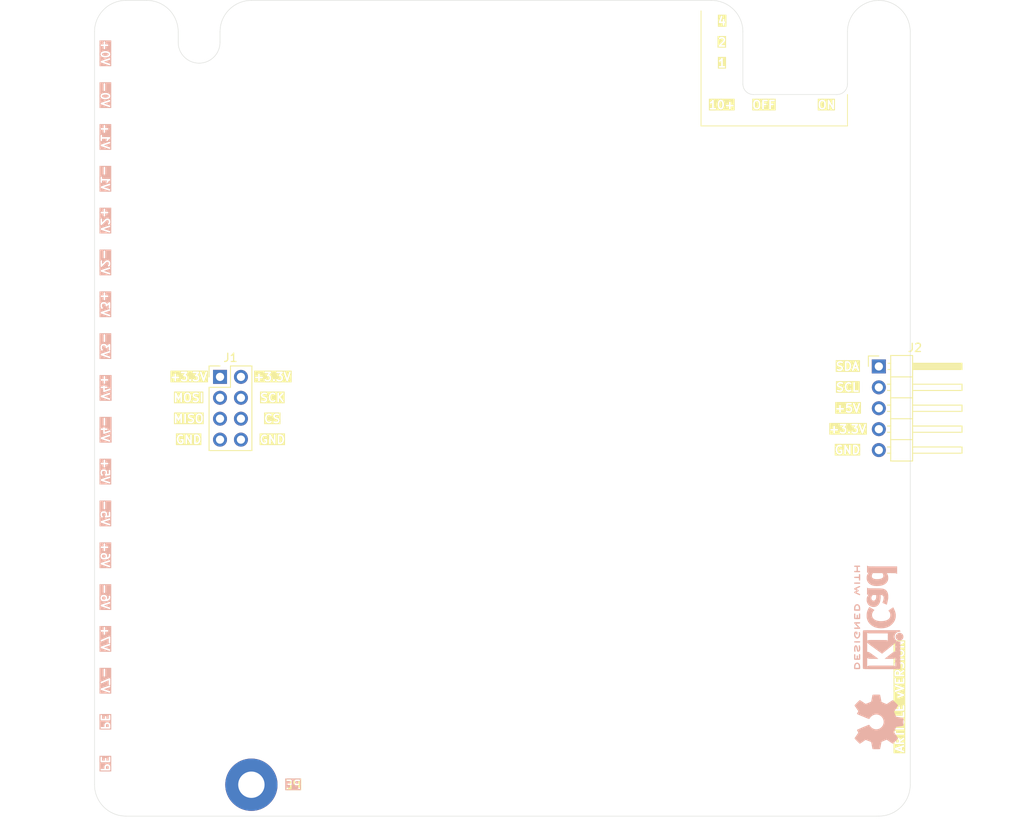
<source format=kicad_pcb>
(kicad_pcb (version 20240108) (generator "pcbnew") (generator_version "8.0")
  (title_block (title "${article} v${version}"))
  (layers (0 "F.Cu" signal) (31 "B.Cu" signal) (34 "B.Paste" user) (35 "F.Paste" user) (36 "B.SilkS" user "B.Silkscreen") (37 "F.SilkS" user "F.Silkscreen") (38 "B.Mask" user) (39 "F.Mask" user) (44 "Edge.Cuts" user))
  (property "article" "ARTICLE")
  (property "version" "VERSION")
  (net 0 "")
  (net 3 "GND")
  (net 8 "+3.3V")
  (net 9 "/SDA")
  (net 10 "+5V")
  (net 11 "/SCL")
  (footprint "kicad_inventree_lib:PM-front-02x04" (layer "F.Cu") (at 39.37 100.33)
    (property "Reference" "J1" (at 2.54 -6.14 0) (layer "F.SilkS"))
    (property "Value" "~")
    (pad "1" thru_hole rect (at 1.27 -3.81) (size 1.7 1.7) (drill 1) (layers "*.Cu" "*.Mask"))
    (pad "2" thru_hole oval (at 3.81 -3.81) (size 1.7 1.7) (drill 1) (layers "*.Cu" "*.Mask"))
    (pad "3" thru_hole oval (at 1.27 -1.27) (size 1.7 1.7) (drill 1) (layers "*.Cu" "*.Mask"))
    (pad "4" thru_hole oval (at 3.81 -1.27) (size 1.7 1.7) (drill 1) (layers "*.Cu" "*.Mask"))
    (pad "5" thru_hole oval (at 1.27 1.27) (size 1.7 1.7) (drill 1) (layers "*.Cu" "*.Mask"))
    (pad "6" thru_hole oval (at 3.81 1.27) (size 1.7 1.7) (drill 1) (layers "*.Cu" "*.Mask"))
    (pad "7" thru_hole oval (at 1.27 3.81) (size 1.7 1.7) (drill 1) (layers "*.Cu" "*.Mask") (net 3 "GND"))
    (pad "8" thru_hole oval (at 3.81 3.81) (size 1.7 1.7) (drill 1) (layers "*.Cu" "*.Mask") (net 3 "GND"))
  )
  (footprint "MountingHole:MountingHole_3.2mm_M3" (layer "F.Cu") (at 120.65 146.05)
    (property "Reference" "H3" (hide yes))
    (property "Value" "MountingHole")
    (pad "" np_thru_hole circle (at 0 0) (size 3.2 3.2) (drill 3.2) (layers "*.Cu" "*.Mask"))
  )
  (footprint "MountingHole:MountingHole_3.2mm_M3" (layer "F.Cu") (at 120.65 54.61)
    (property "Reference" "H2" (hide yes))
    (property "Value" "MountingHole")
    (pad "" np_thru_hole circle (at 0 0) (size 3.2 3.2) (drill 3.2) (layers "*.Cu" "*.Mask"))
  )
  (footprint "MountingHole:MountingHole_3.2mm_M3" (layer "F.Cu") (at 44.45 54.61)
    (property "Reference" "H1" (hide yes))
    (property "Value" "MountingHole")
    (pad "" np_thru_hole circle (at 0 0) (size 3.2 3.2) (drill 3.2) (layers "*.Cu" "*.Mask"))
  )
  (footprint "Connector_PinHeader_2.54mm:PinHeader_1x05_P2.54mm_Horizontal" (layer "F.Cu") (at 120.65 95.25)
    (property "Reference" "J2" (at 4.385 -2.27 0) (layer "F.SilkS"))
    (property "Value" "PinHeader_01x05_P2.54_THT_angle")
    (pad "1" thru_hole rect (at 0 0) (size 1.7 1.7) (drill 1) (layers "*.Cu" "*.Mask") (net 9 "/SDA"))
    (pad "2" thru_hole oval (at 0 2.54) (size 1.7 1.7) (drill 1) (layers "*.Cu" "*.Mask") (net 11 "/SCL"))
    (pad "3" thru_hole oval (at 0 5.08) (size 1.7 1.7) (drill 1) (layers "*.Cu" "*.Mask") (net 10 "+5V"))
    (pad "4" thru_hole oval (at 0 7.62) (size 1.7 1.7) (drill 1) (layers "*.Cu" "*.Mask") (net 8 "+3.3V"))
    (pad "5" thru_hole oval (at 0 10.16) (size 1.7 1.7) (drill 1) (layers "*.Cu" "*.Mask") (net 3 "GND"))
  )
  (footprint "kicad_inventree_lib:PE" (layer "F.Cu") (at 44.45 146.05)
    (property "Reference" "PE1" (hide yes))
    (property "Value" "PE")
    (pad "1" thru_hole oval (at 0 0) (size 6.35 6.35) (drill 3.2) (layers "*.Cu" "*.Mask"))
  )
  (footprint "Symbol:KiCad-Logo2_5mm_SilkScreen" (layer "B.Cu") (at 120.65 125.73 90)
    (property "Reference" "kicad_logo" (hide yes))
    (property "Value" "KiCad-Logo2_5mm_SilkScreen" (hide yes))
  )
  (footprint "Symbol:OSHW-Symbol_6.7x6mm_SilkScreen" (layer "B.Cu") (at 120.65 138.43 90)
    (property "Reference" "oshw_logo" (hide yes))
    (property "Value" "OSHW-Symbol_6.7x6mm_SilkScreen" (hide yes))
  )
  (gr_line (start 99.06 52.07) (end 99.06 66.04) (stroke (width 0.1)) (layer "F.SilkS"))
  (gr_line (start 99.06 66.04) (end 116.84 66.04) (stroke (width 0.1)) (layer "F.SilkS"))
  (gr_line (start 116.84 66.04) (end 116.84 62.23) (stroke (width 0.1)) (layer "F.SilkS"))
  (gr_line (start 116.84 54.61) (end 116.84 60.96) (stroke (width 0.05)) (layer "Edge.Cuts"))
  (gr_arc (start 116.84 60.96) (mid 116.468026 61.858026) (end 115.57 62.23) (stroke (width 0.05)) (layer "Edge.Cuts"))
  (gr_line (start 25.4 146.05) (end 25.4 54.61) (stroke (width 0.05)) (layer "Edge.Cuts"))
  (gr_line (start 35.56 55.88) (end 35.56 54.61) (stroke (width 0.05)) (layer "Edge.Cuts"))
  (gr_line (start 29.21 50.8) (end 31.75 50.8) (stroke (width 0.05)) (layer "Edge.Cuts"))
  (gr_arc (start 38.1 58.42) (mid 36.303949 57.676051) (end 35.56 55.88) (stroke (width 0.05)) (layer "Edge.Cuts"))
  (gr_arc (start 120.65 50.8) (mid 123.344077 51.915923) (end 124.46 54.61) (stroke (width 0.05)) (layer "Edge.Cuts"))
  (gr_arc (start 105.41 62.23) (mid 104.511974 61.858026) (end 104.14 60.96) (stroke (width 0.05)) (layer "Edge.Cuts"))
  (gr_line (start 120.65 149.86) (end 29.21 149.86) (stroke (width 0.05)) (layer "Edge.Cuts"))
  (gr_arc (start 100.33 50.8) (mid 103.024077 51.915923) (end 104.14 54.61) (stroke (width 0.05)) (layer "Edge.Cuts"))
  (gr_line (start 104.14 54.61) (end 104.14 60.96) (stroke (width 0.05)) (layer "Edge.Cuts"))
  (gr_arc (start 40.64 55.88) (mid 39.896051 57.676051) (end 38.1 58.42) (stroke (width 0.05)) (layer "Edge.Cuts"))
  (gr_line (start 40.64 54.61) (end 40.64 55.88) (stroke (width 0.05)) (layer "Edge.Cuts"))
  (gr_line (start 124.46 54.61) (end 124.46 146.05) (stroke (width 0.05)) (layer "Edge.Cuts"))
  (gr_line (start 105.41 62.23) (end 115.57 62.23) (stroke (width 0.05)) (layer "Edge.Cuts"))
  (gr_arc (start 124.46 146.05) (mid 123.344077 148.744077) (end 120.65 149.86) (stroke (width 0.05)) (layer "Edge.Cuts"))
  (gr_arc (start 25.4 54.61) (mid 26.515923 51.915923) (end 29.21 50.8) (stroke (width 0.05)) (layer "Edge.Cuts"))
  (gr_arc (start 40.64 54.61) (mid 41.755923 51.915923) (end 44.45 50.8) (stroke (width 0.05)) (layer "Edge.Cuts"))
  (gr_arc (start 116.84 54.61) (mid 117.955923 51.915923) (end 120.65 50.8) (stroke (width 0.05)) (layer "Edge.Cuts"))
  (gr_arc (start 29.21 149.86) (mid 26.515923 148.744077) (end 25.4 146.05) (stroke (width 0.05)) (layer "Edge.Cuts"))
  (gr_line (start 44.45 50.8) (end 100.33 50.8) (stroke (width 0.05)) (layer "Edge.Cuts"))
  (gr_arc (start 31.75 50.8) (mid 34.444077 51.915923) (end 35.56 54.61) (stroke (width 0.05)) (layer "Edge.Cuts"))
  (gr_text "V1+" (at 26.67 67.31 270) (layer "B.SilkS" knockout) (effects (font (size 1 1) (thickness 0.2) (bold yes)) (justify mirror)))
  (gr_text "V7-" (at 26.67 133.35 270) (layer "B.SilkS" knockout) (effects (font (size 1 1) (thickness 0.2) (bold yes)) (justify mirror)))
  (gr_text "V2-" (at 26.67 82.55 -90) (layer "B.SilkS" knockout) (effects (font (size 1 1) (thickness 0.2) (bold yes)) (justify mirror)))
  (gr_text "V5+" (at 26.67 107.95 270) (layer "B.SilkS" knockout) (effects (font (size 1 1) (thickness 0.2) (bold yes)) (justify mirror)))
  (gr_text "V1-" (at 26.67 72.39 -90) (layer "B.SilkS" knockout) (effects (font (size 1 1) (thickness 0.2) (bold yes)) (justify mirror)))
  (gr_text "PE" (at 26.67 138.43 270) (layer "B.SilkS" knockout) (effects (font (size 1 1) (thickness 0.2) (bold yes)) (justify mirror)))
  (gr_text "V4+" (at 26.67 97.79 270) (layer "B.SilkS" knockout) (effects (font (size 1 1) (thickness 0.2) (bold yes)) (justify mirror)))
  (gr_text "V7+" (at 26.67 128.27 270) (layer "B.SilkS" knockout) (effects (font (size 1 1) (thickness 0.2) (bold yes)) (justify mirror)))
  (gr_text "V3-" (at 26.67 92.71 270) (layer "B.SilkS" knockout) (effects (font (size 1 1) (thickness 0.2) (bold yes)) (justify mirror)))
  (gr_text "V6-" (at 26.67 123.19 270) (layer "B.SilkS" knockout) (effects (font (size 1 1) (thickness 0.2) (bold yes)) (justify mirror)))
  (gr_text "V3+" (at 26.67 87.63 270) (layer "B.SilkS" knockout) (effects (font (size 1 1) (thickness 0.2) (bold yes)) (justify mirror)))
  (gr_text "V0-" (at 26.67 62.23 270) (layer "B.SilkS" knockout) (effects (font (size 1 1) (thickness 0.2) (bold yes)) (justify mirror)))
  (gr_text "V0+" (at 26.67 57.15 270) (layer "B.SilkS" knockout) (effects (font (size 1 1) (thickness 0.2) (bold yes)) (justify mirror)))
  (gr_text "PE" (at 26.67 143.51 270) (layer "B.SilkS" knockout) (effects (font (size 1 1) (thickness 0.2) (bold yes)) (justify mirror)))
  (gr_text "V6+" (at 26.67 118.11 270) (layer "B.SilkS" knockout) (effects (font (size 1 1) (thickness 0.2) (bold yes)) (justify mirror)))
  (gr_text "V4-" (at 26.67 102.87 -90) (layer "B.SilkS" knockout) (effects (font (size 1 1) (thickness 0.2) (bold yes)) (justify mirror)))
  (gr_text "V5-" (at 26.67 113.03 270) (layer "B.SilkS" knockout) (effects (font (size 1 1) (thickness 0.2) (bold yes)) (justify mirror)))
  (gr_text "V2+" (at 26.67 77.47 -90) (layer "B.SilkS" knockout) (effects (font (size 1 1) (thickness 0.2) (bold yes)) (justify mirror)))
  (gr_text "PE" (at 49.53 146.05 -0) (layer "B.SilkS" knockout) (effects (font (size 1 1) (thickness 0.2) (bold yes)) (justify mirror)))
  (gr_text "1" (at 101.6 58.42 0) (layer "F.SilkS" knockout) (effects (font (size 1 1) (thickness 0.2) (bold yes))))
  (gr_text "SCL" (at 116.84 97.79 0) (layer "F.SilkS" knockout) (effects (font (size 1 1) (thickness 0.2) (bold yes))))
  (gr_text "MISO" (at 36.83 101.6 0) (layer "F.SilkS" knockout) (effects (font (size 1 1) (thickness 0.2) (bold yes))))
  (gr_text "GND" (at 46.99 104.14 0) (layer "F.SilkS" knockout) (effects (font (size 1 1) (thickness 0.2) (bold yes))))
  (gr_text "+3.3V" (at 46.99 96.52 0) (layer "F.SilkS" knockout) (effects (font (size 1 1) (thickness 0.2) (bold yes))))
  (gr_text "10+" (at 101.6 63.5 0) (layer "F.SilkS" knockout) (effects (font (size 1 1) (thickness 0.2) (bold yes))))
  (gr_text "SDA" (at 116.84 95.25 0) (layer "F.SilkS" knockout) (effects (font (size 1 1) (thickness 0.2) (bold yes))))
  (gr_text "+3.3V" (at 36.83 96.52 0) (layer "F.SilkS" knockout) (effects (font (size 1 1) (thickness 0.2) (bold yes))))
  (gr_text "GND" (at 116.84 105.41 0) (layer "F.SilkS" knockout) (effects (font (size 1 1) (thickness 0.2) (bold yes))))
  (gr_text "GND" (at 36.83 104.14 0) (layer "F.SilkS" knockout) (effects (font (size 1 1) (thickness 0.2) (bold yes))))
  (gr_text "PE" (at 49.53 146.05 0) (layer "F.SilkS" knockout) (effects (font (size 1 1) (thickness 0.2) (bold yes))))
  (gr_text "ON" (at 114.3 63.5 0) (layer "F.SilkS" knockout) (effects (font (size 1 1) (thickness 0.2) (bold yes))))
  (gr_text "CS" (at 46.99 101.6 0) (layer "F.SilkS" knockout) (effects (font (size 1 1) (thickness 0.2) (bold yes))))
  (gr_text "2" (at 101.6 55.88 0) (layer "F.SilkS" knockout) (effects (font (size 1 1) (thickness 0.2) (bold yes))))
  (gr_text "${article} v${version}" (at 123.19 142.24 90) (layer "F.SilkS" knockout) (effects (font (size 1 1) (thickness 0.2) (bold yes)) (justify left)))
  (gr_text "SCK" (at 46.99 99.06 0) (layer "F.SilkS" knockout) (effects (font (size 1 1) (thickness 0.2) (bold yes))))
  (gr_text "+5V" (at 116.84 100.33 0) (layer "F.SilkS" knockout) (effects (font (size 1 1) (thickness 0.2) (bold yes))))
  (gr_text "MOSI" (at 36.83 99.06 0) (layer "F.SilkS" knockout) (effects (font (size 1 1) (thickness 0.2) (bold yes))))
  (gr_text "+3.3V" (at 116.84 102.87 0) (layer "F.SilkS" knockout) (effects (font (size 1 1) (thickness 0.2) (bold yes))))
  (gr_text "4" (at 101.6 53.34 0) (layer "F.SilkS" knockout) (effects (font (size 1 1) (thickness 0.2) (bold yes))))
  (gr_text "OFF" (at 106.68 63.5 0) (layer "F.SilkS" knockout) (effects (font (size 1 1) (thickness 0.2) (bold yes))))
)
</source>
